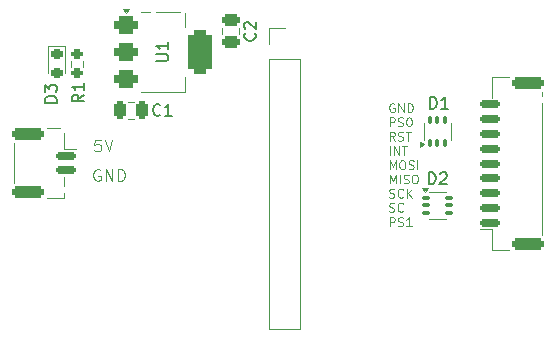
<source format=gto>
G04 #@! TF.GenerationSoftware,KiCad,Pcbnew,8.0.1*
G04 #@! TF.CreationDate,2024-06-09T19:35:52+05:00*
G04 #@! TF.ProjectId,bno85,626e6f38-352e-46b6-9963-61645f706362,rev?*
G04 #@! TF.SameCoordinates,Original*
G04 #@! TF.FileFunction,Legend,Top*
G04 #@! TF.FilePolarity,Positive*
%FSLAX46Y46*%
G04 Gerber Fmt 4.6, Leading zero omitted, Abs format (unit mm)*
G04 Created by KiCad (PCBNEW 8.0.1) date 2024-06-09 19:35:52*
%MOMM*%
%LPD*%
G01*
G04 APERTURE LIST*
G04 Aperture macros list*
%AMRoundRect*
0 Rectangle with rounded corners*
0 $1 Rounding radius*
0 $2 $3 $4 $5 $6 $7 $8 $9 X,Y pos of 4 corners*
0 Add a 4 corners polygon primitive as box body*
4,1,4,$2,$3,$4,$5,$6,$7,$8,$9,$2,$3,0*
0 Add four circle primitives for the rounded corners*
1,1,$1+$1,$2,$3*
1,1,$1+$1,$4,$5*
1,1,$1+$1,$6,$7*
1,1,$1+$1,$8,$9*
0 Add four rect primitives between the rounded corners*
20,1,$1+$1,$2,$3,$4,$5,0*
20,1,$1+$1,$4,$5,$6,$7,0*
20,1,$1+$1,$6,$7,$8,$9,0*
20,1,$1+$1,$8,$9,$2,$3,0*%
G04 Aperture macros list end*
%ADD10C,0.100000*%
%ADD11C,0.150000*%
%ADD12C,0.120000*%
%ADD13C,2.200000*%
%ADD14RoundRect,0.100000X0.100000X-0.225000X0.100000X0.225000X-0.100000X0.225000X-0.100000X-0.225000X0*%
%ADD15RoundRect,0.150000X0.700000X-0.150000X0.700000X0.150000X-0.700000X0.150000X-0.700000X-0.150000X0*%
%ADD16RoundRect,0.250000X1.100000X-0.250000X1.100000X0.250000X-1.100000X0.250000X-1.100000X-0.250000X0*%
%ADD17RoundRect,0.100000X-0.225000X-0.100000X0.225000X-0.100000X0.225000X0.100000X-0.225000X0.100000X0*%
%ADD18RoundRect,0.375000X-0.625000X-0.375000X0.625000X-0.375000X0.625000X0.375000X-0.625000X0.375000X0*%
%ADD19RoundRect,0.500000X-0.500000X-1.400000X0.500000X-1.400000X0.500000X1.400000X-0.500000X1.400000X0*%
%ADD20R,1.700000X1.700000*%
%ADD21O,1.700000X1.700000*%
%ADD22RoundRect,0.218750X-0.256250X0.218750X-0.256250X-0.218750X0.256250X-0.218750X0.256250X0.218750X0*%
%ADD23RoundRect,0.250000X-0.475000X0.250000X-0.475000X-0.250000X0.475000X-0.250000X0.475000X0.250000X0*%
%ADD24RoundRect,0.150000X-0.700000X0.150000X-0.700000X-0.150000X0.700000X-0.150000X0.700000X0.150000X0*%
%ADD25RoundRect,0.250000X-1.100000X0.250000X-1.100000X-0.250000X1.100000X-0.250000X1.100000X0.250000X0*%
%ADD26RoundRect,0.200000X0.275000X-0.200000X0.275000X0.200000X-0.275000X0.200000X-0.275000X-0.200000X0*%
%ADD27RoundRect,0.250000X-0.250000X-0.475000X0.250000X-0.475000X0.250000X0.475000X-0.250000X0.475000X0*%
%ADD28C,0.600000*%
G04 APERTURE END LIST*
D10*
X216337217Y-91629064D02*
X216265789Y-91593350D01*
X216265789Y-91593350D02*
X216158646Y-91593350D01*
X216158646Y-91593350D02*
X216051503Y-91629064D01*
X216051503Y-91629064D02*
X215980074Y-91700493D01*
X215980074Y-91700493D02*
X215944360Y-91771921D01*
X215944360Y-91771921D02*
X215908646Y-91914778D01*
X215908646Y-91914778D02*
X215908646Y-92021921D01*
X215908646Y-92021921D02*
X215944360Y-92164778D01*
X215944360Y-92164778D02*
X215980074Y-92236207D01*
X215980074Y-92236207D02*
X216051503Y-92307636D01*
X216051503Y-92307636D02*
X216158646Y-92343350D01*
X216158646Y-92343350D02*
X216230074Y-92343350D01*
X216230074Y-92343350D02*
X216337217Y-92307636D01*
X216337217Y-92307636D02*
X216372931Y-92271921D01*
X216372931Y-92271921D02*
X216372931Y-92021921D01*
X216372931Y-92021921D02*
X216230074Y-92021921D01*
X216694360Y-92343350D02*
X216694360Y-91593350D01*
X216694360Y-91593350D02*
X217122931Y-92343350D01*
X217122931Y-92343350D02*
X217122931Y-91593350D01*
X217480074Y-92343350D02*
X217480074Y-91593350D01*
X217480074Y-91593350D02*
X217658645Y-91593350D01*
X217658645Y-91593350D02*
X217765788Y-91629064D01*
X217765788Y-91629064D02*
X217837217Y-91700493D01*
X217837217Y-91700493D02*
X217872931Y-91771921D01*
X217872931Y-91771921D02*
X217908645Y-91914778D01*
X217908645Y-91914778D02*
X217908645Y-92021921D01*
X217908645Y-92021921D02*
X217872931Y-92164778D01*
X217872931Y-92164778D02*
X217837217Y-92236207D01*
X217837217Y-92236207D02*
X217765788Y-92307636D01*
X217765788Y-92307636D02*
X217658645Y-92343350D01*
X217658645Y-92343350D02*
X217480074Y-92343350D01*
X215944360Y-93550808D02*
X215944360Y-92800808D01*
X215944360Y-92800808D02*
X216230074Y-92800808D01*
X216230074Y-92800808D02*
X216301503Y-92836522D01*
X216301503Y-92836522D02*
X216337217Y-92872236D01*
X216337217Y-92872236D02*
X216372931Y-92943665D01*
X216372931Y-92943665D02*
X216372931Y-93050808D01*
X216372931Y-93050808D02*
X216337217Y-93122236D01*
X216337217Y-93122236D02*
X216301503Y-93157951D01*
X216301503Y-93157951D02*
X216230074Y-93193665D01*
X216230074Y-93193665D02*
X215944360Y-93193665D01*
X216658646Y-93515094D02*
X216765789Y-93550808D01*
X216765789Y-93550808D02*
X216944360Y-93550808D01*
X216944360Y-93550808D02*
X217015789Y-93515094D01*
X217015789Y-93515094D02*
X217051503Y-93479379D01*
X217051503Y-93479379D02*
X217087217Y-93407951D01*
X217087217Y-93407951D02*
X217087217Y-93336522D01*
X217087217Y-93336522D02*
X217051503Y-93265094D01*
X217051503Y-93265094D02*
X217015789Y-93229379D01*
X217015789Y-93229379D02*
X216944360Y-93193665D01*
X216944360Y-93193665D02*
X216801503Y-93157951D01*
X216801503Y-93157951D02*
X216730074Y-93122236D01*
X216730074Y-93122236D02*
X216694360Y-93086522D01*
X216694360Y-93086522D02*
X216658646Y-93015094D01*
X216658646Y-93015094D02*
X216658646Y-92943665D01*
X216658646Y-92943665D02*
X216694360Y-92872236D01*
X216694360Y-92872236D02*
X216730074Y-92836522D01*
X216730074Y-92836522D02*
X216801503Y-92800808D01*
X216801503Y-92800808D02*
X216980074Y-92800808D01*
X216980074Y-92800808D02*
X217087217Y-92836522D01*
X217551503Y-92800808D02*
X217622932Y-92800808D01*
X217622932Y-92800808D02*
X217694360Y-92836522D01*
X217694360Y-92836522D02*
X217730075Y-92872236D01*
X217730075Y-92872236D02*
X217765789Y-92943665D01*
X217765789Y-92943665D02*
X217801503Y-93086522D01*
X217801503Y-93086522D02*
X217801503Y-93265094D01*
X217801503Y-93265094D02*
X217765789Y-93407951D01*
X217765789Y-93407951D02*
X217730075Y-93479379D01*
X217730075Y-93479379D02*
X217694360Y-93515094D01*
X217694360Y-93515094D02*
X217622932Y-93550808D01*
X217622932Y-93550808D02*
X217551503Y-93550808D01*
X217551503Y-93550808D02*
X217480075Y-93515094D01*
X217480075Y-93515094D02*
X217444360Y-93479379D01*
X217444360Y-93479379D02*
X217408646Y-93407951D01*
X217408646Y-93407951D02*
X217372932Y-93265094D01*
X217372932Y-93265094D02*
X217372932Y-93086522D01*
X217372932Y-93086522D02*
X217408646Y-92943665D01*
X217408646Y-92943665D02*
X217444360Y-92872236D01*
X217444360Y-92872236D02*
X217480075Y-92836522D01*
X217480075Y-92836522D02*
X217551503Y-92800808D01*
X216372931Y-94758266D02*
X216122931Y-94401123D01*
X215944360Y-94758266D02*
X215944360Y-94008266D01*
X215944360Y-94008266D02*
X216230074Y-94008266D01*
X216230074Y-94008266D02*
X216301503Y-94043980D01*
X216301503Y-94043980D02*
X216337217Y-94079694D01*
X216337217Y-94079694D02*
X216372931Y-94151123D01*
X216372931Y-94151123D02*
X216372931Y-94258266D01*
X216372931Y-94258266D02*
X216337217Y-94329694D01*
X216337217Y-94329694D02*
X216301503Y-94365409D01*
X216301503Y-94365409D02*
X216230074Y-94401123D01*
X216230074Y-94401123D02*
X215944360Y-94401123D01*
X216658646Y-94722552D02*
X216765789Y-94758266D01*
X216765789Y-94758266D02*
X216944360Y-94758266D01*
X216944360Y-94758266D02*
X217015789Y-94722552D01*
X217015789Y-94722552D02*
X217051503Y-94686837D01*
X217051503Y-94686837D02*
X217087217Y-94615409D01*
X217087217Y-94615409D02*
X217087217Y-94543980D01*
X217087217Y-94543980D02*
X217051503Y-94472552D01*
X217051503Y-94472552D02*
X217015789Y-94436837D01*
X217015789Y-94436837D02*
X216944360Y-94401123D01*
X216944360Y-94401123D02*
X216801503Y-94365409D01*
X216801503Y-94365409D02*
X216730074Y-94329694D01*
X216730074Y-94329694D02*
X216694360Y-94293980D01*
X216694360Y-94293980D02*
X216658646Y-94222552D01*
X216658646Y-94222552D02*
X216658646Y-94151123D01*
X216658646Y-94151123D02*
X216694360Y-94079694D01*
X216694360Y-94079694D02*
X216730074Y-94043980D01*
X216730074Y-94043980D02*
X216801503Y-94008266D01*
X216801503Y-94008266D02*
X216980074Y-94008266D01*
X216980074Y-94008266D02*
X217087217Y-94043980D01*
X217301503Y-94008266D02*
X217730075Y-94008266D01*
X217515789Y-94758266D02*
X217515789Y-94008266D01*
X215944360Y-95965724D02*
X215944360Y-95215724D01*
X216301503Y-95965724D02*
X216301503Y-95215724D01*
X216301503Y-95215724D02*
X216730074Y-95965724D01*
X216730074Y-95965724D02*
X216730074Y-95215724D01*
X216980074Y-95215724D02*
X217408646Y-95215724D01*
X217194360Y-95965724D02*
X217194360Y-95215724D01*
X215944360Y-97173182D02*
X215944360Y-96423182D01*
X215944360Y-96423182D02*
X216194360Y-96958896D01*
X216194360Y-96958896D02*
X216444360Y-96423182D01*
X216444360Y-96423182D02*
X216444360Y-97173182D01*
X216944360Y-96423182D02*
X217087217Y-96423182D01*
X217087217Y-96423182D02*
X217158646Y-96458896D01*
X217158646Y-96458896D02*
X217230074Y-96530325D01*
X217230074Y-96530325D02*
X217265789Y-96673182D01*
X217265789Y-96673182D02*
X217265789Y-96923182D01*
X217265789Y-96923182D02*
X217230074Y-97066039D01*
X217230074Y-97066039D02*
X217158646Y-97137468D01*
X217158646Y-97137468D02*
X217087217Y-97173182D01*
X217087217Y-97173182D02*
X216944360Y-97173182D01*
X216944360Y-97173182D02*
X216872932Y-97137468D01*
X216872932Y-97137468D02*
X216801503Y-97066039D01*
X216801503Y-97066039D02*
X216765789Y-96923182D01*
X216765789Y-96923182D02*
X216765789Y-96673182D01*
X216765789Y-96673182D02*
X216801503Y-96530325D01*
X216801503Y-96530325D02*
X216872932Y-96458896D01*
X216872932Y-96458896D02*
X216944360Y-96423182D01*
X217551503Y-97137468D02*
X217658646Y-97173182D01*
X217658646Y-97173182D02*
X217837217Y-97173182D01*
X217837217Y-97173182D02*
X217908646Y-97137468D01*
X217908646Y-97137468D02*
X217944360Y-97101753D01*
X217944360Y-97101753D02*
X217980074Y-97030325D01*
X217980074Y-97030325D02*
X217980074Y-96958896D01*
X217980074Y-96958896D02*
X217944360Y-96887468D01*
X217944360Y-96887468D02*
X217908646Y-96851753D01*
X217908646Y-96851753D02*
X217837217Y-96816039D01*
X217837217Y-96816039D02*
X217694360Y-96780325D01*
X217694360Y-96780325D02*
X217622931Y-96744610D01*
X217622931Y-96744610D02*
X217587217Y-96708896D01*
X217587217Y-96708896D02*
X217551503Y-96637468D01*
X217551503Y-96637468D02*
X217551503Y-96566039D01*
X217551503Y-96566039D02*
X217587217Y-96494610D01*
X217587217Y-96494610D02*
X217622931Y-96458896D01*
X217622931Y-96458896D02*
X217694360Y-96423182D01*
X217694360Y-96423182D02*
X217872931Y-96423182D01*
X217872931Y-96423182D02*
X217980074Y-96458896D01*
X218301503Y-97173182D02*
X218301503Y-96423182D01*
X215944360Y-98380640D02*
X215944360Y-97630640D01*
X215944360Y-97630640D02*
X216194360Y-98166354D01*
X216194360Y-98166354D02*
X216444360Y-97630640D01*
X216444360Y-97630640D02*
X216444360Y-98380640D01*
X216801503Y-98380640D02*
X216801503Y-97630640D01*
X217122932Y-98344926D02*
X217230075Y-98380640D01*
X217230075Y-98380640D02*
X217408646Y-98380640D01*
X217408646Y-98380640D02*
X217480075Y-98344926D01*
X217480075Y-98344926D02*
X217515789Y-98309211D01*
X217515789Y-98309211D02*
X217551503Y-98237783D01*
X217551503Y-98237783D02*
X217551503Y-98166354D01*
X217551503Y-98166354D02*
X217515789Y-98094926D01*
X217515789Y-98094926D02*
X217480075Y-98059211D01*
X217480075Y-98059211D02*
X217408646Y-98023497D01*
X217408646Y-98023497D02*
X217265789Y-97987783D01*
X217265789Y-97987783D02*
X217194360Y-97952068D01*
X217194360Y-97952068D02*
X217158646Y-97916354D01*
X217158646Y-97916354D02*
X217122932Y-97844926D01*
X217122932Y-97844926D02*
X217122932Y-97773497D01*
X217122932Y-97773497D02*
X217158646Y-97702068D01*
X217158646Y-97702068D02*
X217194360Y-97666354D01*
X217194360Y-97666354D02*
X217265789Y-97630640D01*
X217265789Y-97630640D02*
X217444360Y-97630640D01*
X217444360Y-97630640D02*
X217551503Y-97666354D01*
X218015789Y-97630640D02*
X218158646Y-97630640D01*
X218158646Y-97630640D02*
X218230075Y-97666354D01*
X218230075Y-97666354D02*
X218301503Y-97737783D01*
X218301503Y-97737783D02*
X218337218Y-97880640D01*
X218337218Y-97880640D02*
X218337218Y-98130640D01*
X218337218Y-98130640D02*
X218301503Y-98273497D01*
X218301503Y-98273497D02*
X218230075Y-98344926D01*
X218230075Y-98344926D02*
X218158646Y-98380640D01*
X218158646Y-98380640D02*
X218015789Y-98380640D01*
X218015789Y-98380640D02*
X217944361Y-98344926D01*
X217944361Y-98344926D02*
X217872932Y-98273497D01*
X217872932Y-98273497D02*
X217837218Y-98130640D01*
X217837218Y-98130640D02*
X217837218Y-97880640D01*
X217837218Y-97880640D02*
X217872932Y-97737783D01*
X217872932Y-97737783D02*
X217944361Y-97666354D01*
X217944361Y-97666354D02*
X218015789Y-97630640D01*
X215908646Y-99552384D02*
X216015789Y-99588098D01*
X216015789Y-99588098D02*
X216194360Y-99588098D01*
X216194360Y-99588098D02*
X216265789Y-99552384D01*
X216265789Y-99552384D02*
X216301503Y-99516669D01*
X216301503Y-99516669D02*
X216337217Y-99445241D01*
X216337217Y-99445241D02*
X216337217Y-99373812D01*
X216337217Y-99373812D02*
X216301503Y-99302384D01*
X216301503Y-99302384D02*
X216265789Y-99266669D01*
X216265789Y-99266669D02*
X216194360Y-99230955D01*
X216194360Y-99230955D02*
X216051503Y-99195241D01*
X216051503Y-99195241D02*
X215980074Y-99159526D01*
X215980074Y-99159526D02*
X215944360Y-99123812D01*
X215944360Y-99123812D02*
X215908646Y-99052384D01*
X215908646Y-99052384D02*
X215908646Y-98980955D01*
X215908646Y-98980955D02*
X215944360Y-98909526D01*
X215944360Y-98909526D02*
X215980074Y-98873812D01*
X215980074Y-98873812D02*
X216051503Y-98838098D01*
X216051503Y-98838098D02*
X216230074Y-98838098D01*
X216230074Y-98838098D02*
X216337217Y-98873812D01*
X217087217Y-99516669D02*
X217051503Y-99552384D01*
X217051503Y-99552384D02*
X216944360Y-99588098D01*
X216944360Y-99588098D02*
X216872932Y-99588098D01*
X216872932Y-99588098D02*
X216765789Y-99552384D01*
X216765789Y-99552384D02*
X216694360Y-99480955D01*
X216694360Y-99480955D02*
X216658646Y-99409526D01*
X216658646Y-99409526D02*
X216622932Y-99266669D01*
X216622932Y-99266669D02*
X216622932Y-99159526D01*
X216622932Y-99159526D02*
X216658646Y-99016669D01*
X216658646Y-99016669D02*
X216694360Y-98945241D01*
X216694360Y-98945241D02*
X216765789Y-98873812D01*
X216765789Y-98873812D02*
X216872932Y-98838098D01*
X216872932Y-98838098D02*
X216944360Y-98838098D01*
X216944360Y-98838098D02*
X217051503Y-98873812D01*
X217051503Y-98873812D02*
X217087217Y-98909526D01*
X217408646Y-99588098D02*
X217408646Y-98838098D01*
X217837217Y-99588098D02*
X217515789Y-99159526D01*
X217837217Y-98838098D02*
X217408646Y-99266669D01*
X215908646Y-100759842D02*
X216015789Y-100795556D01*
X216015789Y-100795556D02*
X216194360Y-100795556D01*
X216194360Y-100795556D02*
X216265789Y-100759842D01*
X216265789Y-100759842D02*
X216301503Y-100724127D01*
X216301503Y-100724127D02*
X216337217Y-100652699D01*
X216337217Y-100652699D02*
X216337217Y-100581270D01*
X216337217Y-100581270D02*
X216301503Y-100509842D01*
X216301503Y-100509842D02*
X216265789Y-100474127D01*
X216265789Y-100474127D02*
X216194360Y-100438413D01*
X216194360Y-100438413D02*
X216051503Y-100402699D01*
X216051503Y-100402699D02*
X215980074Y-100366984D01*
X215980074Y-100366984D02*
X215944360Y-100331270D01*
X215944360Y-100331270D02*
X215908646Y-100259842D01*
X215908646Y-100259842D02*
X215908646Y-100188413D01*
X215908646Y-100188413D02*
X215944360Y-100116984D01*
X215944360Y-100116984D02*
X215980074Y-100081270D01*
X215980074Y-100081270D02*
X216051503Y-100045556D01*
X216051503Y-100045556D02*
X216230074Y-100045556D01*
X216230074Y-100045556D02*
X216337217Y-100081270D01*
X217087217Y-100724127D02*
X217051503Y-100759842D01*
X217051503Y-100759842D02*
X216944360Y-100795556D01*
X216944360Y-100795556D02*
X216872932Y-100795556D01*
X216872932Y-100795556D02*
X216765789Y-100759842D01*
X216765789Y-100759842D02*
X216694360Y-100688413D01*
X216694360Y-100688413D02*
X216658646Y-100616984D01*
X216658646Y-100616984D02*
X216622932Y-100474127D01*
X216622932Y-100474127D02*
X216622932Y-100366984D01*
X216622932Y-100366984D02*
X216658646Y-100224127D01*
X216658646Y-100224127D02*
X216694360Y-100152699D01*
X216694360Y-100152699D02*
X216765789Y-100081270D01*
X216765789Y-100081270D02*
X216872932Y-100045556D01*
X216872932Y-100045556D02*
X216944360Y-100045556D01*
X216944360Y-100045556D02*
X217051503Y-100081270D01*
X217051503Y-100081270D02*
X217087217Y-100116984D01*
X215944360Y-102003014D02*
X215944360Y-101253014D01*
X215944360Y-101253014D02*
X216230074Y-101253014D01*
X216230074Y-101253014D02*
X216301503Y-101288728D01*
X216301503Y-101288728D02*
X216337217Y-101324442D01*
X216337217Y-101324442D02*
X216372931Y-101395871D01*
X216372931Y-101395871D02*
X216372931Y-101503014D01*
X216372931Y-101503014D02*
X216337217Y-101574442D01*
X216337217Y-101574442D02*
X216301503Y-101610157D01*
X216301503Y-101610157D02*
X216230074Y-101645871D01*
X216230074Y-101645871D02*
X215944360Y-101645871D01*
X216658646Y-101967300D02*
X216765789Y-102003014D01*
X216765789Y-102003014D02*
X216944360Y-102003014D01*
X216944360Y-102003014D02*
X217015789Y-101967300D01*
X217015789Y-101967300D02*
X217051503Y-101931585D01*
X217051503Y-101931585D02*
X217087217Y-101860157D01*
X217087217Y-101860157D02*
X217087217Y-101788728D01*
X217087217Y-101788728D02*
X217051503Y-101717300D01*
X217051503Y-101717300D02*
X217015789Y-101681585D01*
X217015789Y-101681585D02*
X216944360Y-101645871D01*
X216944360Y-101645871D02*
X216801503Y-101610157D01*
X216801503Y-101610157D02*
X216730074Y-101574442D01*
X216730074Y-101574442D02*
X216694360Y-101538728D01*
X216694360Y-101538728D02*
X216658646Y-101467300D01*
X216658646Y-101467300D02*
X216658646Y-101395871D01*
X216658646Y-101395871D02*
X216694360Y-101324442D01*
X216694360Y-101324442D02*
X216730074Y-101288728D01*
X216730074Y-101288728D02*
X216801503Y-101253014D01*
X216801503Y-101253014D02*
X216980074Y-101253014D01*
X216980074Y-101253014D02*
X217087217Y-101288728D01*
X217801503Y-102003014D02*
X217372932Y-102003014D01*
X217587217Y-102003014D02*
X217587217Y-101253014D01*
X217587217Y-101253014D02*
X217515789Y-101360157D01*
X217515789Y-101360157D02*
X217444360Y-101431585D01*
X217444360Y-101431585D02*
X217372932Y-101467300D01*
X191480074Y-94672419D02*
X191003884Y-94672419D01*
X191003884Y-94672419D02*
X190956265Y-95148609D01*
X190956265Y-95148609D02*
X191003884Y-95100990D01*
X191003884Y-95100990D02*
X191099122Y-95053371D01*
X191099122Y-95053371D02*
X191337217Y-95053371D01*
X191337217Y-95053371D02*
X191432455Y-95100990D01*
X191432455Y-95100990D02*
X191480074Y-95148609D01*
X191480074Y-95148609D02*
X191527693Y-95243847D01*
X191527693Y-95243847D02*
X191527693Y-95481942D01*
X191527693Y-95481942D02*
X191480074Y-95577180D01*
X191480074Y-95577180D02*
X191432455Y-95624800D01*
X191432455Y-95624800D02*
X191337217Y-95672419D01*
X191337217Y-95672419D02*
X191099122Y-95672419D01*
X191099122Y-95672419D02*
X191003884Y-95624800D01*
X191003884Y-95624800D02*
X190956265Y-95577180D01*
X191813408Y-94672419D02*
X192146741Y-95672419D01*
X192146741Y-95672419D02*
X192480074Y-94672419D01*
X191427693Y-97220038D02*
X191332455Y-97172419D01*
X191332455Y-97172419D02*
X191189598Y-97172419D01*
X191189598Y-97172419D02*
X191046741Y-97220038D01*
X191046741Y-97220038D02*
X190951503Y-97315276D01*
X190951503Y-97315276D02*
X190903884Y-97410514D01*
X190903884Y-97410514D02*
X190856265Y-97600990D01*
X190856265Y-97600990D02*
X190856265Y-97743847D01*
X190856265Y-97743847D02*
X190903884Y-97934323D01*
X190903884Y-97934323D02*
X190951503Y-98029561D01*
X190951503Y-98029561D02*
X191046741Y-98124800D01*
X191046741Y-98124800D02*
X191189598Y-98172419D01*
X191189598Y-98172419D02*
X191284836Y-98172419D01*
X191284836Y-98172419D02*
X191427693Y-98124800D01*
X191427693Y-98124800D02*
X191475312Y-98077180D01*
X191475312Y-98077180D02*
X191475312Y-97743847D01*
X191475312Y-97743847D02*
X191284836Y-97743847D01*
X191903884Y-98172419D02*
X191903884Y-97172419D01*
X191903884Y-97172419D02*
X192475312Y-98172419D01*
X192475312Y-98172419D02*
X192475312Y-97172419D01*
X192951503Y-98172419D02*
X192951503Y-97172419D01*
X192951503Y-97172419D02*
X193189598Y-97172419D01*
X193189598Y-97172419D02*
X193332455Y-97220038D01*
X193332455Y-97220038D02*
X193427693Y-97315276D01*
X193427693Y-97315276D02*
X193475312Y-97410514D01*
X193475312Y-97410514D02*
X193522931Y-97600990D01*
X193522931Y-97600990D02*
X193522931Y-97743847D01*
X193522931Y-97743847D02*
X193475312Y-97934323D01*
X193475312Y-97934323D02*
X193427693Y-98029561D01*
X193427693Y-98029561D02*
X193332455Y-98124800D01*
X193332455Y-98124800D02*
X193189598Y-98172419D01*
X193189598Y-98172419D02*
X192951503Y-98172419D01*
D11*
X219361905Y-92054819D02*
X219361905Y-91054819D01*
X219361905Y-91054819D02*
X219600000Y-91054819D01*
X219600000Y-91054819D02*
X219742857Y-91102438D01*
X219742857Y-91102438D02*
X219838095Y-91197676D01*
X219838095Y-91197676D02*
X219885714Y-91292914D01*
X219885714Y-91292914D02*
X219933333Y-91483390D01*
X219933333Y-91483390D02*
X219933333Y-91626247D01*
X219933333Y-91626247D02*
X219885714Y-91816723D01*
X219885714Y-91816723D02*
X219838095Y-91911961D01*
X219838095Y-91911961D02*
X219742857Y-92007200D01*
X219742857Y-92007200D02*
X219600000Y-92054819D01*
X219600000Y-92054819D02*
X219361905Y-92054819D01*
X220885714Y-92054819D02*
X220314286Y-92054819D01*
X220600000Y-92054819D02*
X220600000Y-91054819D01*
X220600000Y-91054819D02*
X220504762Y-91197676D01*
X220504762Y-91197676D02*
X220409524Y-91292914D01*
X220409524Y-91292914D02*
X220314286Y-91340533D01*
X219261905Y-98454819D02*
X219261905Y-97454819D01*
X219261905Y-97454819D02*
X219500000Y-97454819D01*
X219500000Y-97454819D02*
X219642857Y-97502438D01*
X219642857Y-97502438D02*
X219738095Y-97597676D01*
X219738095Y-97597676D02*
X219785714Y-97692914D01*
X219785714Y-97692914D02*
X219833333Y-97883390D01*
X219833333Y-97883390D02*
X219833333Y-98026247D01*
X219833333Y-98026247D02*
X219785714Y-98216723D01*
X219785714Y-98216723D02*
X219738095Y-98311961D01*
X219738095Y-98311961D02*
X219642857Y-98407200D01*
X219642857Y-98407200D02*
X219500000Y-98454819D01*
X219500000Y-98454819D02*
X219261905Y-98454819D01*
X220214286Y-97550057D02*
X220261905Y-97502438D01*
X220261905Y-97502438D02*
X220357143Y-97454819D01*
X220357143Y-97454819D02*
X220595238Y-97454819D01*
X220595238Y-97454819D02*
X220690476Y-97502438D01*
X220690476Y-97502438D02*
X220738095Y-97550057D01*
X220738095Y-97550057D02*
X220785714Y-97645295D01*
X220785714Y-97645295D02*
X220785714Y-97740533D01*
X220785714Y-97740533D02*
X220738095Y-97883390D01*
X220738095Y-97883390D02*
X220166667Y-98454819D01*
X220166667Y-98454819D02*
X220785714Y-98454819D01*
X196204819Y-88011904D02*
X197014342Y-88011904D01*
X197014342Y-88011904D02*
X197109580Y-87964285D01*
X197109580Y-87964285D02*
X197157200Y-87916666D01*
X197157200Y-87916666D02*
X197204819Y-87821428D01*
X197204819Y-87821428D02*
X197204819Y-87630952D01*
X197204819Y-87630952D02*
X197157200Y-87535714D01*
X197157200Y-87535714D02*
X197109580Y-87488095D01*
X197109580Y-87488095D02*
X197014342Y-87440476D01*
X197014342Y-87440476D02*
X196204819Y-87440476D01*
X197204819Y-86440476D02*
X197204819Y-87011904D01*
X197204819Y-86726190D02*
X196204819Y-86726190D01*
X196204819Y-86726190D02*
X196347676Y-86821428D01*
X196347676Y-86821428D02*
X196442914Y-86916666D01*
X196442914Y-86916666D02*
X196490533Y-87011904D01*
X187754819Y-91538094D02*
X186754819Y-91538094D01*
X186754819Y-91538094D02*
X186754819Y-91299999D01*
X186754819Y-91299999D02*
X186802438Y-91157142D01*
X186802438Y-91157142D02*
X186897676Y-91061904D01*
X186897676Y-91061904D02*
X186992914Y-91014285D01*
X186992914Y-91014285D02*
X187183390Y-90966666D01*
X187183390Y-90966666D02*
X187326247Y-90966666D01*
X187326247Y-90966666D02*
X187516723Y-91014285D01*
X187516723Y-91014285D02*
X187611961Y-91061904D01*
X187611961Y-91061904D02*
X187707200Y-91157142D01*
X187707200Y-91157142D02*
X187754819Y-91299999D01*
X187754819Y-91299999D02*
X187754819Y-91538094D01*
X186754819Y-90633332D02*
X186754819Y-90014285D01*
X186754819Y-90014285D02*
X187135771Y-90347618D01*
X187135771Y-90347618D02*
X187135771Y-90204761D01*
X187135771Y-90204761D02*
X187183390Y-90109523D01*
X187183390Y-90109523D02*
X187231009Y-90061904D01*
X187231009Y-90061904D02*
X187326247Y-90014285D01*
X187326247Y-90014285D02*
X187564342Y-90014285D01*
X187564342Y-90014285D02*
X187659580Y-90061904D01*
X187659580Y-90061904D02*
X187707200Y-90109523D01*
X187707200Y-90109523D02*
X187754819Y-90204761D01*
X187754819Y-90204761D02*
X187754819Y-90490475D01*
X187754819Y-90490475D02*
X187707200Y-90585713D01*
X187707200Y-90585713D02*
X187659580Y-90633332D01*
X204539579Y-85666666D02*
X204587199Y-85714285D01*
X204587199Y-85714285D02*
X204634818Y-85857142D01*
X204634818Y-85857142D02*
X204634818Y-85952380D01*
X204634818Y-85952380D02*
X204587199Y-86095237D01*
X204587199Y-86095237D02*
X204491960Y-86190475D01*
X204491960Y-86190475D02*
X204396722Y-86238094D01*
X204396722Y-86238094D02*
X204206246Y-86285713D01*
X204206246Y-86285713D02*
X204063389Y-86285713D01*
X204063389Y-86285713D02*
X203872913Y-86238094D01*
X203872913Y-86238094D02*
X203777675Y-86190475D01*
X203777675Y-86190475D02*
X203682437Y-86095237D01*
X203682437Y-86095237D02*
X203634818Y-85952380D01*
X203634818Y-85952380D02*
X203634818Y-85857142D01*
X203634818Y-85857142D02*
X203682437Y-85714285D01*
X203682437Y-85714285D02*
X203730056Y-85666666D01*
X203730056Y-85285713D02*
X203682437Y-85238094D01*
X203682437Y-85238094D02*
X203634818Y-85142856D01*
X203634818Y-85142856D02*
X203634818Y-84904761D01*
X203634818Y-84904761D02*
X203682437Y-84809523D01*
X203682437Y-84809523D02*
X203730056Y-84761904D01*
X203730056Y-84761904D02*
X203825294Y-84714285D01*
X203825294Y-84714285D02*
X203920532Y-84714285D01*
X203920532Y-84714285D02*
X204063389Y-84761904D01*
X204063389Y-84761904D02*
X204634818Y-85333332D01*
X204634818Y-85333332D02*
X204634818Y-84714285D01*
X190054819Y-90866666D02*
X189578628Y-91199999D01*
X190054819Y-91438094D02*
X189054819Y-91438094D01*
X189054819Y-91438094D02*
X189054819Y-91057142D01*
X189054819Y-91057142D02*
X189102438Y-90961904D01*
X189102438Y-90961904D02*
X189150057Y-90914285D01*
X189150057Y-90914285D02*
X189245295Y-90866666D01*
X189245295Y-90866666D02*
X189388152Y-90866666D01*
X189388152Y-90866666D02*
X189483390Y-90914285D01*
X189483390Y-90914285D02*
X189531009Y-90961904D01*
X189531009Y-90961904D02*
X189578628Y-91057142D01*
X189578628Y-91057142D02*
X189578628Y-91438094D01*
X190054819Y-89914285D02*
X190054819Y-90485713D01*
X190054819Y-90199999D02*
X189054819Y-90199999D01*
X189054819Y-90199999D02*
X189197676Y-90295237D01*
X189197676Y-90295237D02*
X189292914Y-90390475D01*
X189292914Y-90390475D02*
X189340533Y-90485713D01*
X196533333Y-92559580D02*
X196485714Y-92607200D01*
X196485714Y-92607200D02*
X196342857Y-92654819D01*
X196342857Y-92654819D02*
X196247619Y-92654819D01*
X196247619Y-92654819D02*
X196104762Y-92607200D01*
X196104762Y-92607200D02*
X196009524Y-92511961D01*
X196009524Y-92511961D02*
X195961905Y-92416723D01*
X195961905Y-92416723D02*
X195914286Y-92226247D01*
X195914286Y-92226247D02*
X195914286Y-92083390D01*
X195914286Y-92083390D02*
X195961905Y-91892914D01*
X195961905Y-91892914D02*
X196009524Y-91797676D01*
X196009524Y-91797676D02*
X196104762Y-91702438D01*
X196104762Y-91702438D02*
X196247619Y-91654819D01*
X196247619Y-91654819D02*
X196342857Y-91654819D01*
X196342857Y-91654819D02*
X196485714Y-91702438D01*
X196485714Y-91702438D02*
X196533333Y-91750057D01*
X197485714Y-92654819D02*
X196914286Y-92654819D01*
X197200000Y-92654819D02*
X197200000Y-91654819D01*
X197200000Y-91654819D02*
X197104762Y-91797676D01*
X197104762Y-91797676D02*
X197009524Y-91892914D01*
X197009524Y-91892914D02*
X196914286Y-91940533D01*
D12*
X218840000Y-94710000D02*
X218840000Y-93300000D01*
X221160000Y-94700000D02*
X221160000Y-93300000D01*
X218890000Y-95080000D02*
X218560000Y-95320000D01*
X218560000Y-94840000D01*
X218890000Y-95080000D01*
G36*
X218890000Y-95080000D02*
G01*
X218560000Y-95320000D01*
X218560000Y-94840000D01*
X218890000Y-95080000D01*
G37*
X224589999Y-89340000D02*
X224590000Y-91140000D01*
X224589999Y-104060000D02*
X224590000Y-102260000D01*
X224590000Y-102260000D02*
X223600000Y-102260000D01*
X226040000Y-89340000D02*
X224589999Y-89340000D01*
X226040000Y-104060000D02*
X224589999Y-104060000D01*
X228860000Y-102790000D02*
X228860000Y-90610000D01*
X219290000Y-99090000D02*
X220700000Y-99090000D01*
X219300000Y-101410000D02*
X220700000Y-101410000D01*
X218920000Y-99140000D02*
X218680000Y-98810000D01*
X219160000Y-98810000D01*
X218920000Y-99140000D01*
G36*
X218920000Y-99140000D02*
G01*
X218680000Y-98810000D01*
X219160000Y-98810000D01*
X218920000Y-99140000D01*
G37*
X194900000Y-83839999D02*
X198660000Y-83840000D01*
X194900000Y-90660001D02*
X198660000Y-90660000D01*
X198660000Y-83840000D02*
X198660000Y-85099999D01*
X198660000Y-90660000D02*
X198660000Y-89400001D01*
X193620000Y-83940000D02*
X193380000Y-83610000D01*
X193860000Y-83610000D01*
X193620000Y-83940000D01*
G36*
X193620000Y-83940000D02*
G01*
X193380000Y-83610000D01*
X193860000Y-83610000D01*
X193620000Y-83940000D01*
G37*
X205720000Y-85210000D02*
X207050000Y-85210000D01*
X205720000Y-86540000D02*
X205720000Y-85210000D01*
X205720000Y-87810001D02*
X205720000Y-110730000D01*
X205720000Y-87810001D02*
X208380000Y-87810001D01*
X205720000Y-110730000D02*
X208380000Y-110730000D01*
X208380000Y-87810001D02*
X208380000Y-110730000D01*
X187015000Y-86739999D02*
X187015000Y-89024999D01*
X188485000Y-86739999D02*
X187015000Y-86739999D01*
X188485000Y-89024999D02*
X188485000Y-86739999D01*
X201765000Y-85238747D02*
X201765000Y-85761253D01*
X203235000Y-85238747D02*
X203235000Y-85761253D01*
X184140001Y-94935000D02*
X184140001Y-98365000D01*
X186960000Y-93665000D02*
X188410000Y-93665000D01*
X186960000Y-99635000D02*
X188410000Y-99635000D01*
X188410000Y-93665000D02*
X188410000Y-95465000D01*
X188410000Y-95465000D02*
X189400000Y-95465000D01*
X188410000Y-99635000D02*
X188410000Y-97835000D01*
X188977500Y-88487258D02*
X188977500Y-88012742D01*
X190022500Y-88487258D02*
X190022500Y-88012742D01*
X193788747Y-91465000D02*
X194311253Y-91465000D01*
X193788747Y-92935000D02*
X194311253Y-92935000D01*
%LPC*%
D13*
X222959902Y-80790097D03*
D14*
X219350000Y-94950000D03*
X220000000Y-94949999D03*
X220650000Y-94950000D03*
X220650000Y-93050000D03*
X220000000Y-93050001D03*
X219350000Y-93050000D03*
D15*
X224450000Y-101699999D03*
X224450000Y-100450000D03*
X224450000Y-99199999D03*
X224450000Y-97950000D03*
X224449999Y-96700000D03*
X224450000Y-95450000D03*
X224450000Y-94200001D03*
X224450000Y-92950000D03*
X224450000Y-91700001D03*
D16*
X227650000Y-103550000D03*
X227650000Y-89850000D03*
D17*
X219050000Y-99600000D03*
X219050001Y-100250000D03*
X219050000Y-100900000D03*
X220950000Y-100900000D03*
X220949999Y-100250000D03*
X220950000Y-99600000D03*
D18*
X193600000Y-84950000D03*
X193600001Y-87250000D03*
D19*
X199899999Y-87250000D03*
D18*
X193600000Y-89550000D03*
D20*
X207050000Y-86540000D03*
D21*
X207050000Y-89080000D03*
X207050000Y-91619999D03*
X207050000Y-94160000D03*
X207050000Y-96700000D03*
X207050000Y-99240000D03*
X207050000Y-101780000D03*
X207050000Y-104320001D03*
X207050000Y-106860000D03*
X207050000Y-109400000D03*
D13*
X191140097Y-80790097D03*
D22*
X187750000Y-87437498D03*
X187750000Y-89012500D03*
D23*
X202500000Y-84550001D03*
X202500000Y-86449999D03*
D24*
X188550000Y-96025000D03*
X188550000Y-97275000D03*
D25*
X185350000Y-94175000D03*
X185350000Y-99125000D03*
D26*
X189500000Y-89075000D03*
X189500000Y-87425000D03*
D13*
X191140097Y-112609902D03*
D27*
X193100001Y-92200000D03*
X194999999Y-92200000D03*
D13*
X222959902Y-112609902D03*
D28*
X218850000Y-116720000D03*
X216310000Y-78620000D03*
X198530000Y-91320000D03*
X195990000Y-109100000D03*
X203610000Y-109100000D03*
X213770000Y-81160000D03*
X190250000Y-97750000D03*
X216310000Y-106560000D03*
X215000000Y-97600000D03*
X222500000Y-91000000D03*
X217750000Y-100250000D03*
X203610000Y-101480000D03*
X198530000Y-114180000D03*
X195990000Y-101480000D03*
X198530000Y-93860000D03*
X195990000Y-98940000D03*
X185830000Y-86240000D03*
X221390000Y-86240000D03*
X218850000Y-76080000D03*
X195990000Y-114180000D03*
X206150000Y-83700000D03*
X195990000Y-83700000D03*
X193450000Y-93860000D03*
X193450000Y-114180000D03*
X201070000Y-93860000D03*
X206150000Y-73540000D03*
X223930000Y-86240000D03*
X195990000Y-81160000D03*
X211230000Y-78620000D03*
X195990000Y-106560000D03*
X185830000Y-96400000D03*
X198530000Y-104020000D03*
X216310000Y-111640000D03*
X188370000Y-104020000D03*
X185830000Y-106560000D03*
X216310000Y-81160000D03*
X201070000Y-116720000D03*
X218850000Y-78620000D03*
X193450000Y-109100000D03*
X218850000Y-86240000D03*
X201070000Y-76080000D03*
X198530000Y-98940000D03*
X211230000Y-111640000D03*
X198530000Y-96400000D03*
X226470000Y-83700000D03*
X198530000Y-106560000D03*
X193450000Y-111640000D03*
X188370000Y-91320000D03*
X193450000Y-81160000D03*
X188370000Y-83700000D03*
X216310000Y-76080000D03*
X203610000Y-119260000D03*
X211230000Y-96400000D03*
X201070000Y-96400000D03*
X201070000Y-104020000D03*
X203610000Y-104020000D03*
X213770000Y-111640000D03*
X211230000Y-93860000D03*
X198530000Y-81160000D03*
X191650000Y-92600000D03*
X220493948Y-96257566D03*
X221390000Y-78620000D03*
X203610000Y-111640000D03*
X188370000Y-98940000D03*
X218850000Y-88780000D03*
X203610000Y-76080000D03*
X201070000Y-78620000D03*
X209500000Y-89250000D03*
X206150000Y-111640000D03*
X208690000Y-111640000D03*
X195990000Y-116720000D03*
X213770000Y-96400000D03*
X208690000Y-116720000D03*
X226470000Y-91320000D03*
X203610000Y-114180000D03*
X187800000Y-86074999D03*
X188370000Y-101480000D03*
X211230000Y-104020000D03*
X190910000Y-106560000D03*
X213770000Y-114180000D03*
X201070000Y-91320000D03*
X208690000Y-78620000D03*
X216310000Y-116720000D03*
X203610000Y-116720000D03*
X208690000Y-73540000D03*
X218850000Y-111640000D03*
X198530000Y-78620000D03*
X198530000Y-83700000D03*
X213770000Y-78620000D03*
X185830000Y-88780000D03*
X188370000Y-109100000D03*
X190910000Y-88780000D03*
X190910000Y-104020000D03*
X191500000Y-85500000D03*
X203610000Y-106560000D03*
X206150000Y-76080000D03*
X201070000Y-81160000D03*
X185830000Y-101480000D03*
X223930000Y-88780000D03*
X203610000Y-98940000D03*
X221390000Y-88780000D03*
X211230000Y-73540000D03*
X185830000Y-91320000D03*
X183290000Y-96400000D03*
X206150000Y-116720000D03*
X211230000Y-116720000D03*
X190910000Y-83700000D03*
X195990000Y-96400000D03*
X201070000Y-106560000D03*
X226470000Y-86240000D03*
X211230000Y-119260000D03*
X201070000Y-119260000D03*
X206150000Y-119260000D03*
X203610000Y-96400000D03*
X201070000Y-111640000D03*
X195990000Y-111640000D03*
X213770000Y-76080000D03*
X208690000Y-76080000D03*
X206150000Y-78620000D03*
X188370000Y-93860000D03*
X211230000Y-114180000D03*
X213770000Y-119260000D03*
X211230000Y-83700000D03*
X193450000Y-104020000D03*
X195990000Y-104020000D03*
X195990000Y-76080000D03*
X208690000Y-81160000D03*
X213770000Y-116720000D03*
X211230000Y-81160000D03*
X216310000Y-83700000D03*
X195990000Y-88780000D03*
X203610000Y-78620000D03*
X216310000Y-114180000D03*
X213770000Y-98940000D03*
X211230000Y-76080000D03*
X201070000Y-101480000D03*
X208690000Y-114180000D03*
X195990000Y-78620000D03*
X190910000Y-101480000D03*
X223930000Y-106560000D03*
X208690000Y-119260000D03*
X206150000Y-81160000D03*
X198530000Y-109100000D03*
X218850000Y-81160000D03*
X206150000Y-114180000D03*
X221390000Y-83700000D03*
X193450000Y-78620000D03*
X198530000Y-76080000D03*
X198530000Y-116720000D03*
X216310000Y-86240000D03*
X214400000Y-100500000D03*
X193450000Y-106560000D03*
X202500000Y-83250000D03*
X223930000Y-83700000D03*
X208690000Y-83700000D03*
X218850000Y-83700000D03*
X188370000Y-106560000D03*
X201070000Y-98940000D03*
X190910000Y-109100000D03*
X218850000Y-114180000D03*
X193450000Y-98940000D03*
X193450000Y-101480000D03*
X201070000Y-109100000D03*
X229010000Y-91320000D03*
X218850000Y-106560000D03*
X213770000Y-83700000D03*
X198530000Y-101480000D03*
X201070000Y-114180000D03*
X203610000Y-73540000D03*
X198530000Y-111640000D03*
X203610000Y-81160000D03*
X185830000Y-104020000D03*
X226750000Y-100000000D03*
X226750000Y-95750000D03*
%LPD*%
M02*

</source>
